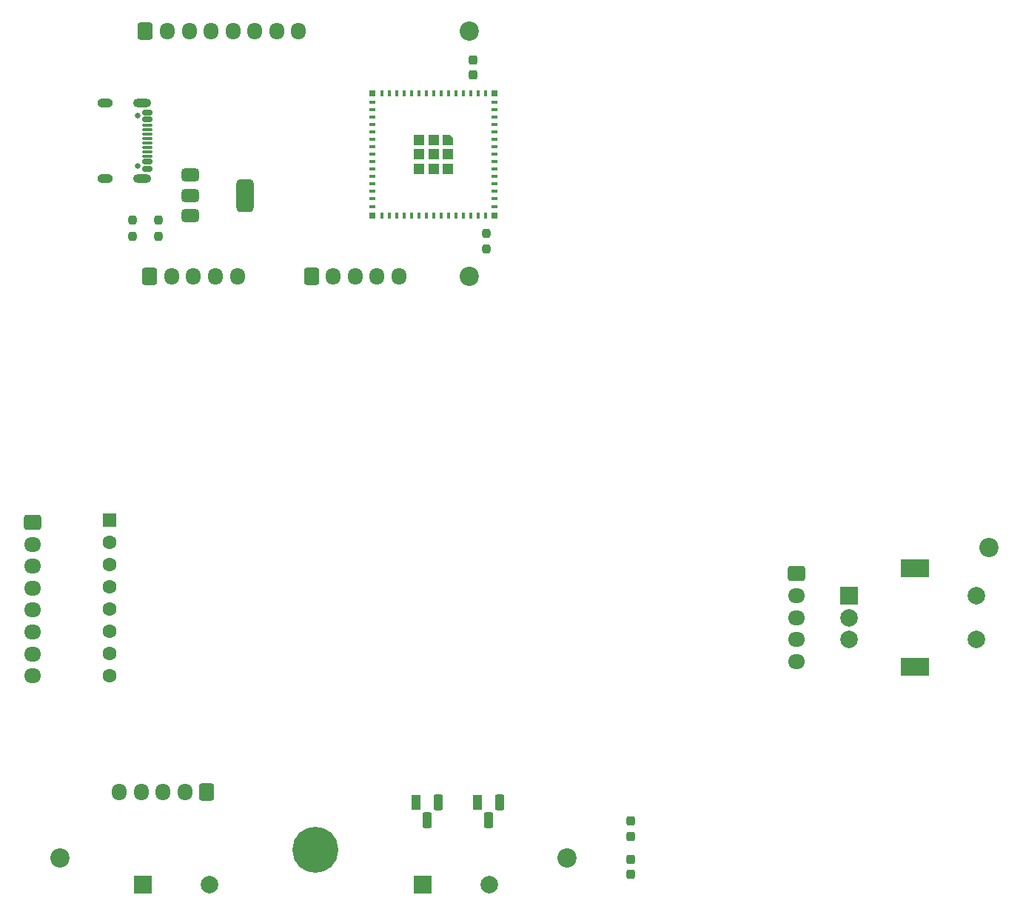
<source format=gbr>
%TF.GenerationSoftware,KiCad,Pcbnew,9.0.2*%
%TF.CreationDate,2025-07-01T18:06:57-05:00*%
%TF.ProjectId,clock,636c6f63-6b2e-46b6-9963-61645f706362,rev?*%
%TF.SameCoordinates,Original*%
%TF.FileFunction,Soldermask,Top*%
%TF.FilePolarity,Negative*%
%FSLAX46Y46*%
G04 Gerber Fmt 4.6, Leading zero omitted, Abs format (unit mm)*
G04 Created by KiCad (PCBNEW 9.0.2) date 2025-07-01 18:06:57*
%MOMM*%
%LPD*%
G01*
G04 APERTURE LIST*
G04 Aperture macros list*
%AMRoundRect*
0 Rectangle with rounded corners*
0 $1 Rounding radius*
0 $2 $3 $4 $5 $6 $7 $8 $9 X,Y pos of 4 corners*
0 Add a 4 corners polygon primitive as box body*
4,1,4,$2,$3,$4,$5,$6,$7,$8,$9,$2,$3,0*
0 Add four circle primitives for the rounded corners*
1,1,$1+$1,$2,$3*
1,1,$1+$1,$4,$5*
1,1,$1+$1,$6,$7*
1,1,$1+$1,$8,$9*
0 Add four rect primitives between the rounded corners*
20,1,$1+$1,$2,$3,$4,$5,0*
20,1,$1+$1,$4,$5,$6,$7,0*
20,1,$1+$1,$6,$7,$8,$9,0*
20,1,$1+$1,$8,$9,$2,$3,0*%
%AMOutline5P*
0 Free polygon, 5 corners , with rotation*
0 The origin of the aperture is its center*
0 number of corners: always 5*
0 $1 to $10 corner X, Y*
0 $11 Rotation angle, in degrees counterclockwise*
0 create outline with 5 corners*
4,1,5,$1,$2,$3,$4,$5,$6,$7,$8,$9,$10,$1,$2,$11*%
%AMOutline6P*
0 Free polygon, 6 corners , with rotation*
0 The origin of the aperture is its center*
0 number of corners: always 6*
0 $1 to $12 corner X, Y*
0 $13 Rotation angle, in degrees counterclockwise*
0 create outline with 6 corners*
4,1,6,$1,$2,$3,$4,$5,$6,$7,$8,$9,$10,$11,$12,$1,$2,$13*%
%AMOutline7P*
0 Free polygon, 7 corners , with rotation*
0 The origin of the aperture is its center*
0 number of corners: always 7*
0 $1 to $14 corner X, Y*
0 $15 Rotation angle, in degrees counterclockwise*
0 create outline with 7 corners*
4,1,7,$1,$2,$3,$4,$5,$6,$7,$8,$9,$10,$11,$12,$13,$14,$1,$2,$15*%
%AMOutline8P*
0 Free polygon, 8 corners , with rotation*
0 The origin of the aperture is its center*
0 number of corners: always 8*
0 $1 to $16 corner X, Y*
0 $17 Rotation angle, in degrees counterclockwise*
0 create outline with 8 corners*
4,1,8,$1,$2,$3,$4,$5,$6,$7,$8,$9,$10,$11,$12,$13,$14,$15,$16,$1,$2,$17*%
G04 Aperture macros list end*
%ADD10C,2.200000*%
%ADD11C,5.250000*%
%ADD12RoundRect,0.250000X-0.600000X-0.725000X0.600000X-0.725000X0.600000X0.725000X-0.600000X0.725000X0*%
%ADD13O,1.700000X1.950000*%
%ADD14RoundRect,0.237500X0.237500X-0.300000X0.237500X0.300000X-0.237500X0.300000X-0.237500X-0.300000X0*%
%ADD15RoundRect,0.237500X-0.237500X0.250000X-0.237500X-0.250000X0.237500X-0.250000X0.237500X0.250000X0*%
%ADD16RoundRect,0.375000X-0.625000X-0.375000X0.625000X-0.375000X0.625000X0.375000X-0.625000X0.375000X0*%
%ADD17RoundRect,0.500000X-0.500000X-1.400000X0.500000X-1.400000X0.500000X1.400000X-0.500000X1.400000X0*%
%ADD18R,0.400000X0.800000*%
%ADD19R,0.800000X0.400000*%
%ADD20Outline5P,-0.600000X0.204000X-0.204000X0.600000X0.600000X0.600000X0.600000X-0.600000X-0.600000X-0.600000X270.000000*%
%ADD21R,1.200000X1.200000*%
%ADD22R,0.800000X0.800000*%
%ADD23RoundRect,0.237500X-0.237500X0.300000X-0.237500X-0.300000X0.237500X-0.300000X0.237500X0.300000X0*%
%ADD24C,0.650000*%
%ADD25RoundRect,0.150000X-0.425000X0.150000X-0.425000X-0.150000X0.425000X-0.150000X0.425000X0.150000X0*%
%ADD26RoundRect,0.075000X-0.500000X0.075000X-0.500000X-0.075000X0.500000X-0.075000X0.500000X0.075000X0*%
%ADD27O,2.100000X1.000000*%
%ADD28O,1.800000X1.000000*%
%ADD29RoundRect,0.237500X0.237500X-0.250000X0.237500X0.250000X-0.237500X0.250000X-0.237500X-0.250000X0*%
%ADD30R,2.000000X2.000000*%
%ADD31C,2.000000*%
%ADD32R,3.200000X2.000000*%
%ADD33R,1.524000X1.524000*%
%ADD34C,1.600000*%
%ADD35RoundRect,0.250000X-0.725000X0.600000X-0.725000X-0.600000X0.725000X-0.600000X0.725000X0.600000X0*%
%ADD36O,1.950000X1.700000*%
%ADD37R,1.100000X1.800000*%
%ADD38RoundRect,0.275000X-0.275000X-0.625000X0.275000X-0.625000X0.275000X0.625000X-0.275000X0.625000X0*%
%ADD39RoundRect,0.250000X0.600000X0.725000X-0.600000X0.725000X-0.600000X-0.725000X0.600000X-0.725000X0*%
G04 APERTURE END LIST*
D10*
%TO.C,REF\u002A\u002A*%
X138250000Y-174500000D03*
%TD*%
D11*
%TO.C,S1*%
X109400000Y-173500000D03*
%TD*%
D10*
%TO.C,REF\u002A\u002A*%
X80250000Y-174500000D03*
%TD*%
D12*
%TO.C,J8*%
X90500000Y-108000000D03*
D13*
X93000000Y-108000000D03*
X95500000Y-108000000D03*
X98000000Y-108000000D03*
X100500000Y-108000000D03*
%TD*%
D10*
%TO.C,REF\u002A\u002A*%
X186500000Y-139000000D03*
%TD*%
D14*
%TO.C,R4*%
X145500000Y-172000000D03*
X145500000Y-170275000D03*
%TD*%
D12*
%TO.C,J6*%
X90000000Y-80000000D03*
D13*
X92500000Y-80000000D03*
X95000000Y-80000000D03*
X97500000Y-80000000D03*
X100000000Y-80000000D03*
X102500000Y-80000000D03*
X105000000Y-80000000D03*
X107500000Y-80000000D03*
%TD*%
D15*
%TO.C,R3*%
X88500000Y-101587500D03*
X88500000Y-103412500D03*
%TD*%
D12*
%TO.C,J5*%
X109000000Y-108000000D03*
D13*
X111500000Y-108000000D03*
X114000000Y-108000000D03*
X116500000Y-108000000D03*
X119000000Y-108000000D03*
%TD*%
D16*
%TO.C,U2*%
X95100000Y-96450000D03*
X95100000Y-98750000D03*
D17*
X101400000Y-98750000D03*
D16*
X95100000Y-101050000D03*
%TD*%
D14*
%TO.C,R5*%
X145500000Y-176362500D03*
X145500000Y-174637500D03*
%TD*%
D18*
%TO.C,U1*%
X128910000Y-87060000D03*
X128060000Y-87060000D03*
X127210000Y-87060000D03*
X126360000Y-87060000D03*
X125510000Y-87060000D03*
X124660000Y-87060000D03*
X123810000Y-87060000D03*
X122960000Y-87060000D03*
X122110000Y-87060000D03*
X121260000Y-87060000D03*
X120410000Y-87060000D03*
X119560000Y-87060000D03*
X118710000Y-87060000D03*
X117860000Y-87060000D03*
X117010000Y-87060000D03*
D19*
X115960000Y-88110000D03*
X115960000Y-88960000D03*
X115960000Y-89810000D03*
X115960000Y-90660000D03*
X115960000Y-91510000D03*
X115960000Y-92360000D03*
X115960000Y-93210000D03*
X115960000Y-94060000D03*
X115960000Y-94910000D03*
X115960000Y-95760000D03*
X115960000Y-96610000D03*
X115960000Y-97460000D03*
X115960000Y-98310000D03*
X115960000Y-99160000D03*
X115960000Y-100010000D03*
D18*
X117010000Y-101060000D03*
X117860000Y-101060000D03*
X118710000Y-101060000D03*
X119560000Y-101060000D03*
X120410000Y-101060000D03*
X121260000Y-101060000D03*
X122110000Y-101060000D03*
X122960000Y-101060000D03*
X123810000Y-101060000D03*
X124660000Y-101060000D03*
X125510000Y-101060000D03*
X126360000Y-101060000D03*
X127210000Y-101060000D03*
X128060000Y-101060000D03*
X128910000Y-101060000D03*
D19*
X129960000Y-100010000D03*
X129960000Y-99160000D03*
X129960000Y-98310000D03*
X129960000Y-97460000D03*
X129960000Y-96610000D03*
X129960000Y-95760000D03*
X129960000Y-94910000D03*
X129960000Y-94060000D03*
X129960000Y-93210000D03*
X129960000Y-92360000D03*
X129960000Y-91510000D03*
X129960000Y-90660000D03*
X129960000Y-89810000D03*
X129960000Y-88960000D03*
X129960000Y-88110000D03*
D20*
X124610000Y-92410000D03*
D21*
X122960000Y-92410000D03*
X121310000Y-92410000D03*
X124610000Y-94060000D03*
X122960000Y-94060000D03*
X121310000Y-94060000D03*
X124610000Y-95710000D03*
X122960000Y-95710000D03*
X121310000Y-95710000D03*
D22*
X129960000Y-87060000D03*
X115960000Y-87060000D03*
X115960000Y-101060000D03*
X129960000Y-101060000D03*
%TD*%
D23*
%TO.C,C1*%
X127500000Y-83275000D03*
X127500000Y-85000000D03*
%TD*%
D24*
%TO.C,J1*%
X89105000Y-89610000D03*
X89105000Y-95390000D03*
D25*
X90180000Y-89300000D03*
X90180000Y-90100000D03*
D26*
X90180000Y-91250000D03*
X90180000Y-92250000D03*
X90180000Y-92750000D03*
X90180000Y-93750000D03*
D25*
X90180000Y-94900000D03*
X90180000Y-95700000D03*
X90180000Y-95700000D03*
X90180000Y-94900000D03*
D26*
X90180000Y-94250000D03*
X90180000Y-93250000D03*
X90180000Y-91750000D03*
X90180000Y-90750000D03*
D25*
X90180000Y-90100000D03*
X90180000Y-89300000D03*
D27*
X89605000Y-88180000D03*
D28*
X85425000Y-88180000D03*
D27*
X89605000Y-96820000D03*
D28*
X85425000Y-96820000D03*
%TD*%
D10*
%TO.C,REF\u002A\u002A*%
X127000000Y-80000000D03*
%TD*%
D15*
%TO.C,R2*%
X91500000Y-101587500D03*
X91500000Y-103412500D03*
%TD*%
D29*
%TO.C,R1*%
X129000000Y-104912500D03*
X129000000Y-103087500D03*
%TD*%
D30*
%TO.C,SW1*%
X170500000Y-144500000D03*
D31*
X170500000Y-149500000D03*
X170500000Y-147000000D03*
D32*
X178000000Y-141400000D03*
X178000000Y-152600000D03*
D31*
X185000000Y-149500000D03*
X185000000Y-144500000D03*
%TD*%
D10*
%TO.C,REF\u002A\u002A*%
X127000000Y-108000000D03*
%TD*%
D33*
%TO.C,LCD1*%
X85900000Y-135900000D03*
D34*
X85900000Y-138440000D03*
X85900000Y-140980000D03*
X85900000Y-143520000D03*
X85900000Y-146060000D03*
X85900000Y-148600000D03*
X85900000Y-151140000D03*
X85900000Y-153680000D03*
%TD*%
D35*
%TO.C,J2*%
X77125000Y-136150000D03*
D36*
X77125000Y-138650000D03*
X77125000Y-141150000D03*
X77125000Y-143650000D03*
X77125000Y-146150000D03*
X77125000Y-148650000D03*
X77125000Y-151150000D03*
X77125000Y-153650000D03*
%TD*%
D37*
%TO.C,Q2*%
X127960000Y-168100000D03*
D38*
X129230000Y-170170000D03*
X130500000Y-168100000D03*
%TD*%
D30*
%TO.C,BZ1*%
X89700000Y-177500000D03*
D31*
X97300000Y-177500000D03*
%TD*%
D37*
%TO.C,Q1*%
X120960000Y-168100000D03*
D38*
X122230000Y-170170000D03*
X123500000Y-168100000D03*
%TD*%
D35*
%TO.C,J4*%
X164475000Y-142000000D03*
D36*
X164475000Y-144500000D03*
X164475000Y-147000000D03*
X164475000Y-149500000D03*
X164475000Y-152000000D03*
%TD*%
D39*
%TO.C,J3*%
X96999999Y-166974999D03*
D13*
X94499998Y-166974999D03*
X91999999Y-166975000D03*
X89499999Y-166974999D03*
X86999999Y-166974999D03*
%TD*%
D30*
%TO.C,BZ2*%
X121700000Y-177500000D03*
D31*
X129300000Y-177500000D03*
%TD*%
M02*

</source>
